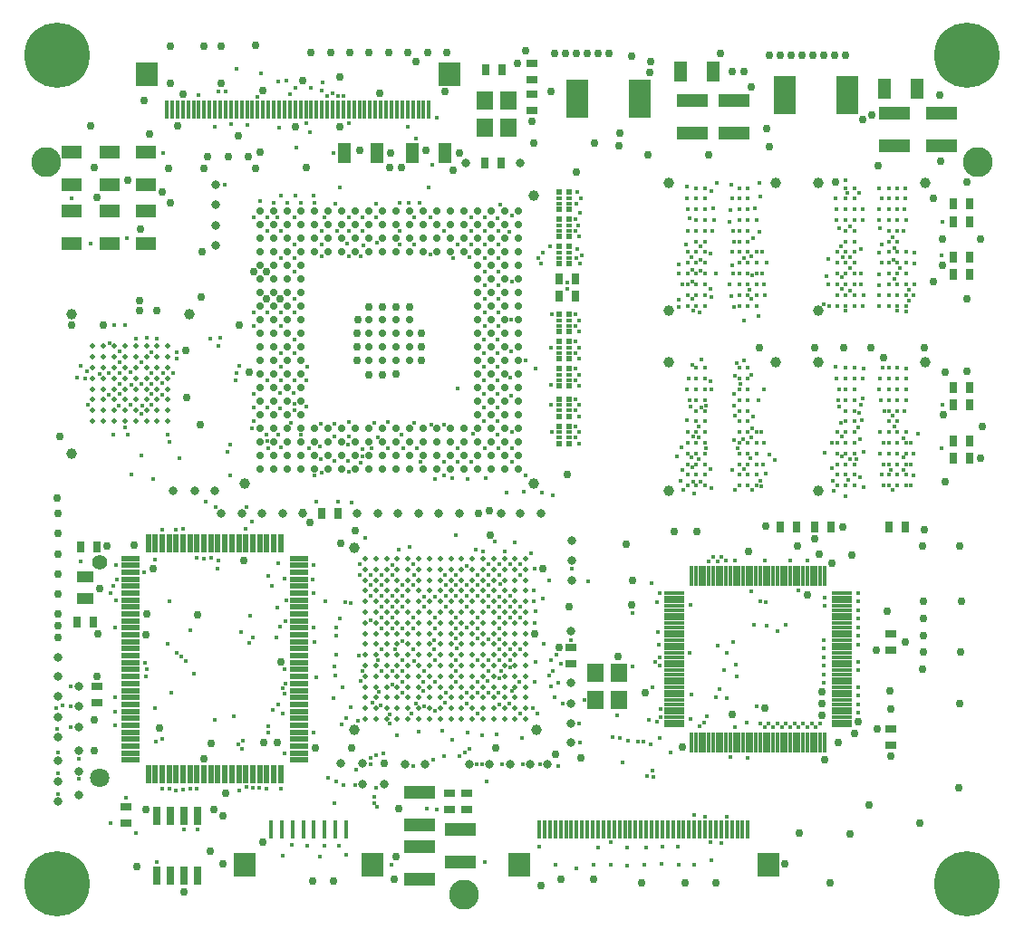
<source format=gbr>
G04 Gerber PCB Fabrication Data in Gerber  Example 2, created by Karel Tavernier, Filip Vermeire and Thomas Weyn*
G04 Ucamco copyright*
%TF.GenerationSoftware,Ucamco,UcamX,1.1.0-1400509*%
%TF.CreationDate,2014-07-14T00:00;00+01:00*%
%FSLAX25Y25*%
%MOMM*%
%TF.FileFunction,Soldermask,Top*%
%TF.FilePolarity,Negative*%
%TF.Part,Single*%
%TF.SameCoordinates*%
%TA.AperFunction,Material*%
%ADD10C,0.40000*%
%ADD11C,0.45000*%
%ADD12C,0.50000*%
%ADD13C,1.00000*%
%ADD14C,0.70000*%
%ADD15C,0.75000*%
%ADD16C,0.80000*%
%ADD17C,6.10000*%
%ADD18R,0.30000X1.90000*%
%ADD19R,0.35000X1.70000*%
%ADD20R,0.50000X1.70000*%
%ADD21R,0.60000X0.40000*%
%ADD22R,0.60000X0.50000*%
%ADD23R,0.70000X1.10000*%
%ADD24R,0.70000X1.70000*%
%ADD25R,1.10000X0.70000*%
%ADD26R,1.20000X1.90000*%
%ADD27R,1.60000X1.10000*%
%ADD28R,1.60000X1.70000*%
%ADD29R,1.70000X0.50000*%
%ADD30R,1.90000X0.30000*%
%ADD31R,1.90000X1.20000*%
%ADD32R,2.00000X2.20000*%
%ADD33R,2.10000X3.60000*%
%ADD34R,2.90000X1.20000*%
%ADD35C,2.80000*%
%ADD36C,1.80000*%
%ADD37C,1.40000*%
G01*
%LPD*%
D10*
X510200Y1342400D03*
Y1533400D03*
Y1727900D03*
X489700Y2142900D03*
X629700Y1966900D03*
X499700Y1952900D03*
X554700Y2167900D03*
X624700Y2347900D03*
Y2157900D03*
X640000Y6912900D03*
X700700Y1486900D03*
Y1671900D03*
X900000Y3510000D03*
X719750Y3517950D03*
X784700Y4977900D03*
X689700Y5237900D03*
X779700Y5292900D03*
X719700Y5347900D03*
X899700Y5272900D03*
X764700Y5227900D03*
X814700Y6487600D03*
X999700Y1065700D03*
X1145200Y1307400D03*
X1041700Y1984900D03*
Y2112900D03*
Y2244900D03*
X1039700Y2894900D03*
X999700Y3219900D03*
X1047700Y3154900D03*
X1029700Y3287900D03*
X1059700Y3349900D03*
X1046700Y3479900D03*
X1159100Y4697650D03*
X1027750Y4699000D03*
X1134700Y4767900D03*
X1084700Y5082900D03*
X1079700Y4972900D03*
X984700Y5072900D03*
X1084700Y5277900D03*
Y5177900D03*
X984700Y5277900D03*
X989700Y5557900D03*
X1084700Y5377900D03*
Y5477900D03*
X1034700Y5727900D03*
X1134700D03*
X1154700Y6537900D03*
X1430950Y706650D03*
X1239700Y977900D03*
X1419700Y1832900D03*
X1414700Y2142900D03*
X1329700Y2442900D03*
X1334700Y2504900D03*
X1321700Y2569900D03*
X1309700Y3414900D03*
X1418200Y3536400D03*
X1394700Y4282900D03*
X1289700Y4507900D03*
X1194700Y4332900D03*
X1284700Y4897900D03*
X1384700Y4977900D03*
X1379700Y5082900D03*
X1189540Y4978080D03*
X1294700Y4972900D03*
X1384700Y5277900D03*
X1194700Y5167900D03*
X1184700Y5282900D03*
X1384700Y5177900D03*
X1284700D03*
X1384700Y5472900D03*
X1234700Y5597900D03*
X1334700Y5607900D03*
X1284700Y5377900D03*
X1434700Y5602900D03*
X1684950Y1008150D03*
X1676700Y1386400D03*
X1611700Y1376400D03*
X1548200Y1392900D03*
X1483200Y1394400D03*
X1484700Y1852900D03*
X1569700Y2287900D03*
X1703130Y2587900D03*
X1662750Y2623790D03*
X1617750Y2665400D03*
X1534700Y2742900D03*
X1549700Y3147900D03*
X1483200Y3814400D03*
X1613200Y3816400D03*
X1678200Y3821400D03*
X1646700Y4477900D03*
X1534700Y4697900D03*
X1549700Y4637900D03*
X1483350Y5076940D03*
X1484700Y5187900D03*
X1489700Y5277900D03*
X1584700D03*
X1614700Y5472900D03*
Y5412900D03*
X1494700Y7332900D03*
X1810000Y1010000D03*
X1741700Y1391400D03*
X1808200D03*
X1970940Y2035950D03*
X1777900Y2462900D03*
X1742750Y2869000D03*
X1808200Y3549400D03*
X1873200Y3544400D03*
X1938200Y3546400D03*
X1979700Y4022900D03*
X1889700Y4077900D03*
X1934700Y5597900D03*
X1975000Y7582900D03*
X1825000Y7877900D03*
X2201700Y1376400D03*
X2224700Y1767900D03*
X2234700Y1837900D03*
X2192160Y1805870D03*
X2147750Y2069000D03*
X2222750Y2854000D03*
X1999700Y3452900D03*
X2004700Y3522900D03*
X2119700Y4317900D03*
X2089700Y4542900D03*
X2119700Y4607900D03*
X2204700Y5347900D03*
X2174700Y5277900D03*
X2169700Y5209700D03*
X2004700Y5532900D03*
X2026780Y5607900D03*
X2065950Y7041650D03*
X2125000Y7603200D03*
X2074700Y7907900D03*
X2004700D03*
X2179700Y8122900D03*
X2391700Y1402900D03*
X2326700D03*
X2266700Y1407900D03*
X2459700Y1387900D03*
X2512750Y2129000D03*
X2472750Y1979000D03*
Y1912900D03*
X2327750Y2804000D03*
X2292750Y2754000D03*
X2307750Y3007900D03*
X2470450Y3385260D03*
X2507750Y3284000D03*
X2263200Y3821400D03*
X2319700Y3887900D03*
X2269710Y4022900D03*
X2464700Y4642900D03*
X2469700Y4577900D03*
X2324700Y4765200D03*
X2459700Y4702900D03*
X2334200Y4828700D03*
Y4955700D03*
X2461200D03*
X2334200Y5082700D03*
X2461200Y5209700D03*
X2334200Y5717700D03*
X2461200Y5844700D03*
X2334200D03*
X2461200Y6606700D03*
X2399700Y6882900D03*
X2461200Y6733700D03*
X2334200D03*
X2275000Y7597900D03*
X2373530Y7859680D03*
X2409700Y8082900D03*
X2604700Y767900D03*
X2689700Y862900D03*
X2589700Y1392900D03*
X2626700Y1724900D03*
X2611700Y2094000D03*
X2636700Y2374900D03*
X2611120Y2331930D03*
X2629700Y2282900D03*
X2567750Y2179000D03*
X2626700Y2504900D03*
X2584700Y2907900D03*
X2547750Y2804000D03*
X2641700Y3154900D03*
X2557750Y3085950D03*
X2634700Y2959900D03*
X2624700Y3357900D03*
X2569700Y3497900D03*
X2685740Y4816120D03*
X2564700Y4697900D03*
X2594700Y4582900D03*
X2774700Y4700000D03*
X2717040Y4991710D03*
X2584700Y4947900D03*
X2579700Y5087900D03*
X2714700Y4932900D03*
X2588200Y5336700D03*
Y5209700D03*
X2715200D03*
X2709700Y5092900D03*
X2588200Y5463700D03*
X2715200D03*
X2714700Y5592900D03*
X2588200Y5717700D03*
X2715200Y5844700D03*
X2588200D03*
X2715200Y5971700D03*
X2588200Y6352700D03*
X2715200Y6225700D03*
Y6352700D03*
X2588200Y6606700D03*
X2719700Y6477900D03*
X2589700Y6937900D03*
X2726200D03*
X2559700Y6732900D03*
X2779700Y6867900D03*
X2524700Y6872900D03*
X2651700Y6867900D03*
X2715200Y6733700D03*
X2739700Y7387900D03*
X2575000Y7572900D03*
X2644700Y8012900D03*
X2675000Y7882900D03*
X2725000Y7942900D03*
X2565900Y8007900D03*
X2959700Y752600D03*
X2839700Y857900D03*
X2994700D03*
X3029700Y1492900D03*
X2899700Y1917900D03*
X2925000Y2432600D03*
X2896700Y2894900D03*
X2901700Y2764900D03*
X3009700Y3147900D03*
X2897700Y3219900D03*
X2891700Y3349900D03*
X2896700Y3479900D03*
X2924700Y4077900D03*
X2964700Y4473600D03*
X2969700Y4342900D03*
X2905700Y4317900D03*
X2954700Y4587900D03*
X2852750Y4572900D03*
X2964700Y4802900D03*
X2829700Y4968200D03*
X2834700Y5332900D03*
X2829700Y5212900D03*
X2969700Y6367200D03*
X2969200Y6606700D03*
Y6479700D03*
X2899700Y6938900D03*
X2994700Y6732900D03*
X2904700Y6867900D03*
X2825000Y7618200D03*
X2859700Y7527900D03*
X2875000Y7947900D03*
X2984700Y7997900D03*
X3025000Y7867900D03*
X2975000Y7922900D03*
X3200000Y773200D03*
X3129700Y857900D03*
X3094700Y1257900D03*
X3104700Y1457900D03*
X3174700Y1427900D03*
X3294700Y1572900D03*
X3286200Y1427900D03*
X3159700Y1992900D03*
X3204700Y2047900D03*
X3244700Y2152900D03*
X3169700Y2342900D03*
X3079700Y2237900D03*
X3104700Y2647900D03*
X3094700Y2532900D03*
X3099700Y2447900D03*
X3104700Y2825700D03*
X3109700Y2897900D03*
X3189700Y3137900D03*
X3244700Y3122900D03*
X3139700Y2982900D03*
X3126400Y4071200D03*
X3250000Y4065000D03*
X3219700Y4452900D03*
X3094700D03*
X3229700Y4357900D03*
X3089700Y4682900D03*
X3219700Y4607900D03*
X3224700Y4682900D03*
Y4817900D03*
X3094700Y4802900D03*
X3229700Y6367900D03*
X3209700Y6487900D03*
X3119700Y6607900D03*
X3223200Y6606700D03*
X3096200Y6860700D03*
X3223200Y6733700D03*
X3140000Y7010000D03*
X3079700Y7332900D03*
X3225000Y7613200D03*
X3125000Y7872600D03*
X3075000Y7892900D03*
X3175000Y7867900D03*
X3492240Y1219930D03*
X3464700Y1317900D03*
X3459700Y1257900D03*
X3484700Y1397900D03*
X3429700Y1622900D03*
Y1677900D03*
X3549700Y1717900D03*
X3479700Y1702900D03*
X3314700Y2022900D03*
X3444700Y2192900D03*
X3504700Y2297900D03*
X3524700Y2167900D03*
X3334700Y2397900D03*
X3319700Y2637900D03*
X3497750Y2595400D03*
X3354700Y2492900D03*
X3529700D03*
Y2892900D03*
Y2692900D03*
Y2992900D03*
Y3192900D03*
X3528460Y3096210D03*
X3429700Y2962900D03*
Y3192900D03*
X3529700Y3292900D03*
Y3392900D03*
X3429700D03*
X3329700D03*
X3429700Y3292900D03*
X3329700Y3492900D03*
X3379700Y3737900D03*
X3335350Y4437900D03*
X3354700Y4497900D03*
X3494700Y4677900D03*
X3354700Y4567900D03*
X3439700Y4572900D03*
X3464700Y4812900D03*
X3334700Y6367900D03*
X3350200Y6606700D03*
X3489700Y6492900D03*
X3364700Y6472900D03*
X3477200Y6860700D03*
X3350200Y6733700D03*
X3477200D03*
X3624700Y682900D03*
X3824700Y1602900D03*
X3604700Y2087900D03*
Y1997900D03*
X3814700Y2097900D03*
X3679700Y1892900D03*
X3629700Y2362900D03*
X3729700Y2292900D03*
X3728790Y2391740D03*
X3729700Y2592900D03*
Y2492900D03*
X3629700D03*
X3834700Y2587900D03*
X3829700Y2692900D03*
X3729700Y2892900D03*
X3829700D03*
X3629700D03*
X3654700Y2697900D03*
X3724700Y2772900D03*
X3629700Y3192900D03*
Y2992900D03*
Y3092900D03*
X3729700D03*
Y3192900D03*
X3829700Y2992900D03*
Y3292900D03*
X3834700Y3387900D03*
X3729700Y3292900D03*
X3629700Y3392900D03*
X3635000Y3485000D03*
X3829700Y3492900D03*
X3797070Y3653050D03*
X3695000Y3627900D03*
X3592700Y4577900D03*
X3719700Y4702900D03*
X3734700Y4577900D03*
X3839700Y4812900D03*
X3594700Y4817900D03*
X3699700Y6607900D03*
Y6482900D03*
X3834700Y6477900D03*
X3704700Y6867900D03*
X3789700D03*
X3834700Y6732900D03*
X3775000Y7583200D03*
X4044700Y1192700D03*
X3954700Y1202900D03*
X4014700Y1662900D03*
X4034700Y2117900D03*
X3874700Y1927900D03*
X4099700Y1932900D03*
X3925990Y2163200D03*
X3924700Y2307900D03*
X4029700Y2392900D03*
X3849700Y2187900D03*
X3924700Y2387900D03*
X3927430Y2495170D03*
X4029700Y2592900D03*
Y2892900D03*
X4024700Y2782900D03*
Y2692900D03*
X4029700Y3187900D03*
X3929700D03*
X4029700Y2992900D03*
X3929700Y3092900D03*
X4034700Y4287900D03*
X3894700Y4447900D03*
X4112200Y4320700D03*
Y4447700D03*
X3859700Y4577900D03*
X3994700Y4792900D03*
X3984700Y6382900D03*
X4112200Y6606700D03*
X3889700Y6872900D03*
X3985200Y6733700D03*
X3969700Y7012900D03*
X4009700Y7222900D03*
X3854700Y7467900D03*
X4049700Y7667900D03*
X4114700Y1692900D03*
X4259700D03*
X4349700Y1767900D03*
X4195190Y1847830D03*
X4309700Y1732900D03*
X4334700Y1912900D03*
X4329520Y2188060D03*
X4124700Y2197900D03*
X4129700Y2292900D03*
X4229700Y2392900D03*
X4329700Y2292900D03*
X4229700Y2492900D03*
Y2592900D03*
Y2792900D03*
X4324700Y2897900D03*
X4229700Y2892900D03*
X4234700Y2702900D03*
X4329700Y3192900D03*
X4129700Y3092900D03*
Y3192900D03*
X4229700D03*
Y2992900D03*
X4329700Y3092900D03*
X4224700Y3387900D03*
X4329700Y3477900D03*
X4129700Y3292900D03*
X4229700D03*
X4122700Y3392900D03*
X4329700Y3292900D03*
X4229700Y3762900D03*
X4332290Y4285770D03*
X4189700Y4297900D03*
X4366200Y4447700D03*
X4239200D03*
Y4574700D03*
X4114700Y4792900D03*
X4244700Y5132900D03*
X4199700Y6352900D03*
X4354700Y6362900D03*
X4371050Y6478700D03*
Y6605700D03*
X4244050Y6478700D03*
X4371050Y6732700D03*
X4500550Y703750D03*
X4509700Y1457900D03*
X4419450Y1618150D03*
X4469700Y1622900D03*
X4471420Y1893170D03*
X4429700Y2092900D03*
X4605800Y1896590D03*
X4624700Y2292900D03*
X4429700Y2392900D03*
Y2292900D03*
X4529700D03*
X4519700Y2402900D03*
X4634700Y2182900D03*
X4529700Y2492900D03*
Y2592900D03*
X4629700D03*
Y2422900D03*
X4429700Y2592900D03*
X4630000Y2790000D03*
X4629700Y2692900D03*
Y2892900D03*
X4531970Y2790630D03*
X4429700Y2792900D03*
Y2892900D03*
X4529700Y3092900D03*
X4629700Y2992900D03*
Y3092900D03*
X4429700Y3192900D03*
X4630000Y3190000D03*
X4529700Y3192900D03*
X4427430Y2990630D03*
X4629700Y3392900D03*
X4429700Y3292900D03*
Y3392900D03*
X4529700Y3292900D03*
Y3392900D03*
X4645000Y3305000D03*
X4479700Y3612900D03*
X4591670Y3701250D03*
X4629700Y3492900D03*
X4409700Y3622900D03*
X4529700Y3492900D03*
X4504700Y4297900D03*
X4493200Y4574700D03*
X4620200D03*
X4617700Y4704100D03*
X4384700Y4707900D03*
X4617700Y4831100D03*
Y4958100D03*
X4490700D03*
X4617700Y5085100D03*
X4490700D03*
Y4831100D03*
X4617700Y5212100D03*
X4490700D03*
X4617700Y5339100D03*
X4490700D03*
X4617700Y5593100D03*
Y5466100D03*
X4490700D03*
Y5593100D03*
X4495800Y5715000D03*
X4622800D03*
Y5842000D03*
X4495800D03*
X4622800Y5969000D03*
X4495800D03*
X4622800Y6096000D03*
X4495800D03*
X4622800Y6223000D03*
Y6350000D03*
X4495800Y6223000D03*
Y6350000D03*
Y6604000D03*
Y6477000D03*
X4622800Y6604000D03*
Y6477000D03*
X4616950Y6728900D03*
X4636950Y6848900D03*
X4495800Y6731000D03*
X4654450Y1618150D03*
X4849950D03*
X4845300Y1866240D03*
X4829700Y2092900D03*
X4724700Y2190630D03*
X4752370Y2302160D03*
X4819700Y2387900D03*
X4649700Y2492900D03*
X4729700Y2527900D03*
Y2592900D03*
Y2692900D03*
X4829700D03*
Y2992900D03*
Y3092900D03*
X4731560Y3191560D03*
X4729700Y2992900D03*
Y3092900D03*
X4829700Y3392900D03*
X4779700Y3695000D03*
X4729700Y3492900D03*
X4679700Y3612900D03*
X4829700Y3492900D03*
X4699700Y4162900D03*
X4864700Y4167900D03*
X4874200Y4320700D03*
X4747200Y4447700D03*
X4746850Y4724000D03*
X4747200Y4574700D03*
X4741950Y5068900D03*
X4731950Y5238900D03*
X4879700Y5400200D03*
X4741950Y5483900D03*
Y5773900D03*
X4746950Y6128900D03*
X4725250Y6601220D03*
X4746950Y6748900D03*
X5155000Y683200D03*
X5005000Y853200D03*
X5014450Y1618150D03*
X5179700Y1602900D03*
X4949700Y2142900D03*
X4984700Y2092900D03*
X5114700Y2348400D03*
X5144700Y2242900D03*
X4959700Y2392900D03*
X5134700Y2492740D03*
X5164700Y2642900D03*
X5114700Y2592900D03*
X5094700Y2452900D03*
X4969700Y2572900D03*
X4959700Y2942900D03*
X5044700Y2742900D03*
X4954700Y3147900D03*
X4969700Y3052900D03*
X5034700Y3167900D03*
X4959700Y3452900D03*
X4954700Y3242900D03*
X5095000Y3342900D03*
X4929700Y3592900D03*
X5134700Y4137900D03*
X5029700Y4162900D03*
X5121850Y4724000D03*
X5111050Y4978000D03*
X5111950Y5163900D03*
X4971950Y5318750D03*
X5118100Y5517750D03*
X5119800Y5826750D03*
X5024510Y6301860D03*
X5040000Y6406750D03*
X4999700Y6356750D03*
X5104240Y6461450D03*
X5349700Y642900D03*
X5384700Y1822900D03*
X5374700Y1997900D03*
X5430000Y2220000D03*
X5184700Y2380900D03*
X5224700Y2187900D03*
X5204700Y2562900D03*
X5304700Y2777900D03*
X5310000Y3450000D03*
X5347050Y4779000D03*
X5346850Y4674000D03*
X5376950Y4724000D03*
Y4619000D03*
X5346950Y5033000D03*
Y4928000D03*
X5376950Y4978000D03*
Y4873000D03*
Y5158750D03*
Y5263750D03*
X5346950Y5213750D03*
Y5318750D03*
X5376950Y5412750D03*
Y5517750D03*
X5346950Y5467750D03*
Y5572750D03*
X5376950Y5666750D03*
X5346950Y5826750D03*
X5376950Y5771750D03*
X5346950Y5721750D03*
X5265000Y6068900D03*
X5264700Y6122900D03*
X5386950Y6301750D03*
X5406950Y6378900D03*
X5351950Y6356750D03*
X5357450Y6438900D03*
X5368800Y6660750D03*
X5373800Y6555750D03*
X5340100Y6610750D03*
X5345100Y6715750D03*
X5386950Y6778900D03*
X5347800Y6864750D03*
X5391950Y6913900D03*
X5356950Y6969750D03*
X5674700Y677900D03*
X5509700D03*
X5555000Y843200D03*
X5669700Y892900D03*
X5694700Y1872900D03*
X5460000Y3330000D03*
X5829700Y672900D03*
Y837900D03*
X5980580Y1833320D03*
X5779700Y1632900D03*
X5759820Y1867900D03*
X5834700Y1842900D03*
X5930700Y1829780D03*
X5729700Y2077900D03*
X5879700Y2532900D03*
Y3031700D03*
X5989700Y677900D03*
X6144700Y687900D03*
X6005000Y842900D03*
X6155000Y848200D03*
X6059700Y1557900D03*
X6009700Y1507900D03*
X6074700Y1502900D03*
X6129700Y1862900D03*
X6044700Y1802900D03*
X6229700Y1732900D03*
X6029700Y2037900D03*
X6137600Y2140000D03*
X6141800Y2060000D03*
X6106800Y2020000D03*
X6059700Y2337900D03*
X6132600Y2620000D03*
X6089700Y2580000D03*
X6131800Y2540000D03*
X6117600Y2860000D03*
X6121800Y2740000D03*
X6104700Y3132900D03*
X6126800Y3220000D03*
X6054700Y3312900D03*
X6304700Y682900D03*
X6454700D03*
X6296900Y847880D03*
X6454700Y1142900D03*
X6419700Y2042900D03*
X6504700Y1977900D03*
X6424700Y2272900D03*
X6407600Y2660000D03*
X6414700Y3112900D03*
X6511950Y4263900D03*
X6326950Y4273900D03*
X6455000Y4155000D03*
X6346950Y4183900D03*
X6440000Y4263900D03*
X6496950Y4473900D03*
X6295310Y4498140D03*
X6341950Y4373900D03*
X6434800Y4400200D03*
X6426950Y4488900D03*
X6491950Y4773900D03*
X6331950Y4583900D03*
X6496950Y4674200D03*
X6447170Y4682290D03*
X6416950Y4968050D03*
X6386950Y4838900D03*
X6406950Y5025200D03*
X6431950Y5353900D03*
X6401950Y5225200D03*
X6381950Y5125200D03*
X6441950Y5858900D03*
X6507400Y5843900D03*
X6341950Y6111200D03*
X6306950Y5963900D03*
Y5898900D03*
X6431950Y6133900D03*
Y5974040D03*
X6311950Y6293900D03*
X6306950Y6207910D03*
X6512160Y6233900D03*
X6426950Y6358900D03*
X6511950Y6338900D03*
X6436950Y6243900D03*
X6511950Y6461400D03*
X6391950Y6607950D03*
X6376950Y6475900D03*
X6406950Y6723900D03*
X6389100Y6908800D03*
X6395450Y6807200D03*
X6381950Y7018900D03*
X6610000Y720000D03*
X6705000Y883200D03*
X6605000Y888200D03*
X6755000Y1127600D03*
X6555000D03*
X6549700Y2012900D03*
X6574700Y2067900D03*
X6759700Y2237900D03*
X6689700Y2322900D03*
X6654700Y2242900D03*
X6729700Y2497900D03*
X6754730Y2659770D03*
X6669700Y2726700D03*
X6710000Y3557600D03*
X6750000Y3522600D03*
X6590000Y3512600D03*
X6630000Y3557600D03*
X6670000Y3513200D03*
X6611950Y4203900D03*
X6607130Y4378740D03*
X6561950Y4573900D03*
X6566950Y4968900D03*
X6516950Y4958900D03*
X6601950Y5203900D03*
X6616950Y5124450D03*
X6518180Y5403900D03*
X6601950Y6063900D03*
X6611950Y5988900D03*
X6651950Y6207950D03*
X6607400Y6398900D03*
X6621950Y6607950D03*
X6636750Y6705600D03*
X6630400Y6819900D03*
X6610910Y6978900D03*
X6666950Y7053900D03*
X6790000Y1687900D03*
X6950490Y1683020D03*
X6939700Y2007900D03*
X6830000Y1967600D03*
X7034700Y2157900D03*
X6849700Y2442900D03*
X6839700Y2552900D03*
X6817750Y2759000D03*
X7009700Y2927900D03*
X6990000Y3238200D03*
X6830000Y3527600D03*
X6995000Y4185000D03*
X6831950Y4188900D03*
X6806950Y4368900D03*
X6916950Y4383900D03*
X6976950Y4483900D03*
X6856950Y4573900D03*
X6996950Y4763900D03*
X6911950Y4658900D03*
X6821950Y4653900D03*
X6981950Y4673900D03*
X6829910Y4881970D03*
X6821950Y4973900D03*
Y5078900D03*
X7002820Y4874710D03*
X6886950Y5178900D03*
X6982450Y5262690D03*
X6836950Y5253900D03*
X6921950Y5393900D03*
X6846950Y5368900D03*
X6921950Y5768900D03*
X6802700Y5994650D03*
X6786950Y6107950D03*
X6981950Y5968900D03*
X6821950Y5893900D03*
X6971950Y6058990D03*
X6816950Y6206650D03*
X6811950Y6288900D03*
X6804520Y6410780D03*
X6991950Y6188900D03*
X6916950Y6348900D03*
X6986950Y6368900D03*
X6822900Y6507950D03*
X6816950Y6607950D03*
X6999000Y6538900D03*
X6786950Y6693900D03*
X7016950Y6818900D03*
X6795500Y6802400D03*
X6806950Y6913900D03*
X7036000Y6707950D03*
X6801950Y7038900D03*
X7270000Y1967600D03*
X7310000Y2002900D03*
X7070000D03*
X7110000Y1967600D03*
X7150000Y2002900D03*
X7190000Y1967600D03*
X7230000Y2002900D03*
X7132750Y2914000D03*
X7310000Y2924000D03*
X7230000Y2864000D03*
X7124700Y3132900D03*
X7069700Y3147900D03*
X7110000Y3522600D03*
X7073290Y4272300D03*
X7080000Y4222750D03*
X7093780Y4418900D03*
X7151950Y4518980D03*
X7121950Y4338900D03*
X7206950Y4468900D03*
X7081950Y4723900D03*
X7103250Y4625200D03*
X7051950Y5025200D03*
X7101950Y5124450D03*
X7051950Y5813900D03*
X7116950Y6004520D03*
X7106950Y6107950D03*
X7086950Y6407950D03*
Y6207950D03*
X7126950Y6309300D03*
X7061950Y6598900D03*
X7071950Y6924870D03*
X7061950Y7053900D03*
X7350000Y1967600D03*
X7390000Y2002900D03*
X7430000Y1967600D03*
X7470000Y2002900D03*
X7510000Y1967600D03*
X7550000Y2002900D03*
X7430000Y3242900D03*
X7350000Y3522600D03*
X7510000Y3522900D03*
X7590000Y1967600D03*
X7630000Y2002900D03*
X7666800Y2380000D03*
X7667600Y2620000D03*
Y2540000D03*
X7666800Y2460000D03*
X7667600Y2780000D03*
X7666800Y2700000D03*
X7672600Y3180000D03*
Y3100000D03*
X7745000Y4270000D03*
X7755000Y4175000D03*
X7675000Y4530000D03*
X7740000Y4385000D03*
X7831950Y4498900D03*
X7741950Y4625200D03*
X7821950Y4808900D03*
X7836950Y4688900D03*
X7811500Y4965700D03*
X7798800Y5025200D03*
X7773400Y5334000D03*
X7786100Y5226050D03*
X7805150Y5124450D03*
X7702580Y6108450D03*
X7661950Y5923900D03*
X7717900Y5907950D03*
X7830000Y6063900D03*
X7706950Y6343900D03*
X7686950Y6183900D03*
X7838900Y6360140D03*
X7831950Y6178900D03*
X7805150Y6635750D03*
X7821950Y6465700D03*
X7786100Y6711950D03*
X7773400Y6908800D03*
X7779750Y6807200D03*
X7984700Y2100000D03*
Y2180000D03*
Y2260000D03*
Y2340000D03*
Y2500000D03*
Y2580000D03*
Y2740000D03*
Y2820000D03*
Y2900000D03*
Y2980000D03*
Y3060000D03*
Y3140000D03*
Y3220000D03*
X7870000Y4125000D03*
X8040000Y4210000D03*
X7895000Y4275000D03*
X8031950Y4538900D03*
X7965000Y4475000D03*
X8000000Y4300000D03*
X7910000Y4475000D03*
X8001950Y4658900D03*
X7986950Y4767200D03*
X8021950Y4833900D03*
X7991950Y4908900D03*
X8011950Y4983900D03*
X8026950Y5038900D03*
X8027400Y5226050D03*
X8033750Y5321300D03*
X7868650Y5863900D03*
X8014700Y6108700D03*
X8035000Y6007100D03*
X8031000Y5907950D03*
X7905000Y6045000D03*
X8011950Y6207950D03*
X7906950Y6263900D03*
X7911950Y6358900D03*
X8006950Y6438900D03*
X7906950Y6648900D03*
X8027400Y6711950D03*
Y6813550D03*
X7868650Y7080250D03*
X7886950Y6958900D03*
X7996950Y6963900D03*
X8310000Y4185000D03*
X8225200Y4225200D03*
X8191950Y4525200D03*
X8205200Y4325200D03*
X8225200Y4425200D03*
X8291950Y4368900D03*
X8324970Y4775870D03*
X8225200Y4625200D03*
X8191950Y4725200D03*
X8226950Y4925200D03*
X8305660Y4879200D03*
X8195650Y5025200D03*
X8180650Y5125200D03*
X8186950Y5226050D03*
X8216950Y5325200D03*
X8351250Y5858900D03*
X8179800Y6007100D03*
Y6102350D03*
Y5905500D03*
X8321950Y6158900D03*
X8179800Y6203950D03*
X8206950Y6307950D03*
X8179800Y6407150D03*
X8371950Y6258900D03*
X8311950Y6338900D03*
X8206950Y6478900D03*
X8186950Y6628900D03*
X8306800Y6551700D03*
X8326950Y6448900D03*
X8179800Y6705600D03*
Y6807200D03*
X8205200Y6908800D03*
X8179800Y7004050D03*
X8475000Y4225200D03*
X8500000Y4324350D03*
X8475000Y4425950D03*
X8500000Y4525200D03*
X8409650Y4486390D03*
X8406950Y4373900D03*
X8541950Y4708900D03*
X8475000Y4625200D03*
X8411950Y4668900D03*
X8414750Y4921250D03*
X8433800Y5022850D03*
Y5124450D03*
Y5226050D03*
Y5321300D03*
X8429950Y5855900D03*
X8503650Y6007100D03*
X8510000Y6108700D03*
X8456950Y5953900D03*
Y6058900D03*
X8510000Y6407150D03*
Y6305550D03*
X8408400Y6604000D03*
X8416000Y6807950D03*
X8426000Y6907950D03*
X8436000Y6707950D03*
X8426950Y7008900D03*
X8765200Y4570900D03*
X8771250Y4977600D03*
X8765200Y6380650D03*
X8770450Y6692900D03*
D11*
X6392950Y4225200D03*
X6472950D03*
X6392950Y4525200D03*
X6472950D03*
X6392950Y4425200D03*
X6472950D03*
X6392950Y4325200D03*
X6472950D03*
Y4825200D03*
X6392950Y4725200D03*
X6472950D03*
X6392950Y4625200D03*
X6472950D03*
Y5025200D03*
Y4925200D03*
Y5325200D03*
Y5225200D03*
Y5125200D03*
X6392950Y6107950D03*
X6472950D03*
X6392950Y6007950D03*
X6472950D03*
X6392950Y5907950D03*
X6472950D03*
X6392950Y6407950D03*
X6472950D03*
X6392950Y6307950D03*
X6472950D03*
X6392950Y6207950D03*
X6472950D03*
Y6607950D03*
Y6507950D03*
Y6907950D03*
Y6807950D03*
Y6707950D03*
Y7007950D03*
X6552950Y4225200D03*
Y4525200D03*
Y4425200D03*
Y4325200D03*
Y4825200D03*
Y4725200D03*
Y4625200D03*
Y5025200D03*
Y4925200D03*
Y5325200D03*
Y5225200D03*
Y5125200D03*
Y6107950D03*
Y6007950D03*
Y5907950D03*
Y6407950D03*
Y6307950D03*
Y6207950D03*
Y6607950D03*
Y6507950D03*
Y6907950D03*
Y6807950D03*
Y6707950D03*
Y7007950D03*
X6872950Y4225200D03*
X6952950D03*
X7032950D03*
X6872950Y4525200D03*
X6952950D03*
X7032950D03*
X6872950Y4425200D03*
X6952950D03*
X7032950D03*
X6872950Y4325200D03*
X6952950D03*
X7032950D03*
X6872950Y4825200D03*
X6952950D03*
X6872950Y4725200D03*
X6952950D03*
X7032950D03*
X6872950Y4625200D03*
X6952950D03*
X7032950D03*
X6872950Y5025200D03*
X6952950D03*
X6872950Y4925200D03*
X6952950D03*
X6872950Y5325200D03*
X6952950D03*
X6872950Y5225200D03*
X6952950D03*
X6872950Y5125200D03*
X6952950D03*
X6872950Y6107950D03*
X6952950D03*
X7032950D03*
X6872950Y6007950D03*
X6952950D03*
X7032950D03*
X6872950Y5907950D03*
X6952950D03*
X7032950D03*
X6872950Y6407950D03*
X6952950D03*
X7032950D03*
X6872950Y6307950D03*
X6952950D03*
X7032950D03*
X6872950Y6207950D03*
X6952950D03*
X7032950D03*
X6872950Y6607950D03*
X6952950D03*
X6872950Y6507950D03*
X6952950D03*
X6872950Y6907950D03*
X6952950D03*
X6872950Y6807950D03*
X6952950D03*
X6872950Y6707950D03*
X6952950D03*
X6872950Y7007950D03*
X6952950D03*
X7789950Y4225200D03*
Y4525200D03*
Y4425200D03*
Y4325200D03*
Y4725200D03*
Y4625200D03*
Y6107950D03*
Y6007950D03*
Y5907950D03*
Y6407950D03*
Y6307950D03*
Y6207950D03*
X7869950Y4225200D03*
X7949950D03*
X7869950Y4525200D03*
X7949950D03*
X7869950Y4425200D03*
X7949950D03*
X7869950Y4325200D03*
X7949950D03*
X7869950Y4825200D03*
X7949950D03*
X7869950Y4725200D03*
X7949950D03*
X7869950Y4625200D03*
X7949950D03*
X7869950Y5025200D03*
X7949950D03*
X7869950Y4925200D03*
X7949950D03*
X7869950Y5325200D03*
X7949950D03*
X7869950Y5225200D03*
X7949950D03*
X7869950Y5125200D03*
X7949950D03*
X7869950Y6107950D03*
X7949950D03*
X7869950Y6007950D03*
X7949950D03*
X7869950Y5907950D03*
X7949950D03*
X7869950Y6407950D03*
X7949950D03*
X7869950Y6307950D03*
X7949950D03*
X7869950Y6207950D03*
X7949950D03*
X7869950Y6607950D03*
X7949950D03*
X7869950Y6507950D03*
X7949950D03*
X7869950Y6907950D03*
X7949950D03*
X7869950Y6807950D03*
X7949950D03*
X7869950Y6707950D03*
X7949950D03*
X7869950Y7007950D03*
X7949950D03*
X8269950Y4225200D03*
X8349950D03*
X8269950Y4525200D03*
X8349950D03*
X8269950Y4425200D03*
X8349950D03*
X8269950Y4325200D03*
X8349950D03*
X8269950Y4825200D03*
X8349950D03*
X8269950Y4725200D03*
X8349950D03*
X8269950Y4625200D03*
X8349950D03*
X8269950Y5025200D03*
X8349950D03*
X8269950Y4925200D03*
X8349950D03*
X8269950Y5325200D03*
X8349950D03*
X8269950Y5225200D03*
X8349950D03*
X8269950Y5125200D03*
X8349950D03*
X8269950Y6107950D03*
X8349950D03*
X8269950Y6007950D03*
X8349950D03*
X8269950Y5907950D03*
X8349950D03*
X8269950Y6407950D03*
X8349950D03*
X8269950Y6307950D03*
X8349950D03*
X8269950Y6207950D03*
X8349950D03*
X8269950Y6607950D03*
X8349950D03*
X8269950Y6507950D03*
X8349950D03*
X8269950Y6907950D03*
X8349950D03*
X8269950Y6807950D03*
X8349950D03*
X8269950Y6707950D03*
X8349950D03*
X8269950Y7007950D03*
X8349950D03*
X8429950Y4225200D03*
Y4525200D03*
Y4425200D03*
Y4325200D03*
Y4725200D03*
Y4625200D03*
Y6107950D03*
Y6007950D03*
Y5907950D03*
Y6407950D03*
Y6307950D03*
Y6207950D03*
D12*
X834700Y4827900D03*
Y5027900D03*
Y4927900D03*
Y5327900D03*
Y5227900D03*
Y5127900D03*
Y5527900D03*
Y5427900D03*
X934700Y4827900D03*
X1034700D03*
X1134700D03*
X934700Y5027900D03*
X1034700D03*
X1134700D03*
X934700Y4927900D03*
X1034700D03*
X1134700D03*
X934700Y5327900D03*
X1034700D03*
X1134700D03*
X934700Y5227900D03*
X1034700D03*
X1134700D03*
X934700Y5127900D03*
X1034700D03*
X1134700D03*
X934700Y5527900D03*
X1034700D03*
X1134700D03*
X934700Y5427900D03*
X1034700D03*
X1134700D03*
X1234700Y4827900D03*
X1334700D03*
X1434700D03*
X1234700Y5027900D03*
X1334700D03*
X1434700D03*
X1234700Y4927900D03*
X1334700D03*
X1434700D03*
X1234700Y5327900D03*
X1334700D03*
X1434700D03*
X1234700Y5227900D03*
X1334700D03*
X1434700D03*
X1234700Y5127900D03*
X1334700D03*
X1434700D03*
X1234700Y5527900D03*
X1334700D03*
X1434700D03*
X1234700Y5427900D03*
X1334700D03*
X1434700D03*
X1534700Y4827900D03*
Y5027900D03*
Y4927900D03*
Y5327900D03*
Y5227900D03*
Y5127900D03*
Y5527900D03*
Y5427900D03*
X3379700Y2042900D03*
Y2142900D03*
X3479700Y2042900D03*
Y2142900D03*
X3579700Y2042900D03*
Y2142900D03*
X3379700Y2242900D03*
Y2342900D03*
X3479700Y2242900D03*
Y2342900D03*
X3579700Y2242900D03*
Y2342900D03*
X3379700Y2442900D03*
Y2542900D03*
Y2642900D03*
X3479700Y2442900D03*
Y2542900D03*
Y2642900D03*
X3579700Y2442900D03*
Y2542900D03*
Y2642900D03*
X3379700Y2742900D03*
Y2842900D03*
Y2942900D03*
X3479700Y2742900D03*
Y2842900D03*
Y2942900D03*
X3579700Y2742900D03*
Y2842900D03*
Y2942900D03*
X3379700Y3042900D03*
Y3142900D03*
X3479700Y3042900D03*
Y3142900D03*
X3579700Y3042900D03*
Y3142900D03*
X3379700Y3242900D03*
Y3342900D03*
Y3442900D03*
X3479700Y3242900D03*
Y3342900D03*
Y3442900D03*
X3579700Y3242900D03*
Y3342900D03*
Y3442900D03*
X3379700Y3542900D03*
X3479700D03*
X3579700D03*
X3679700Y2042900D03*
Y2142900D03*
X3779700Y2042900D03*
Y2142900D03*
X3679700Y2242900D03*
Y2342900D03*
X3779700Y2242900D03*
Y2342900D03*
X3679700Y2442900D03*
Y2542900D03*
Y2642900D03*
X3779700Y2442900D03*
Y2542900D03*
Y2642900D03*
X3679700Y2742900D03*
Y2842900D03*
Y2942900D03*
X3779700Y2742900D03*
Y2842900D03*
Y2942900D03*
X3679700Y3042900D03*
Y3142900D03*
X3779700Y3042900D03*
Y3142900D03*
X3679700Y3242900D03*
Y3342900D03*
Y3442900D03*
X3779700Y3242900D03*
Y3342900D03*
Y3442900D03*
X3679700Y3542900D03*
X3779700D03*
X3879700Y2042900D03*
Y2142900D03*
X3979700Y2042900D03*
Y2142900D03*
X4079700Y2042900D03*
Y2142900D03*
X3879700Y2242900D03*
Y2342900D03*
X3979700Y2242900D03*
Y2342900D03*
X4079700Y2242900D03*
Y2342900D03*
X3879700Y2442900D03*
Y2542900D03*
Y2642900D03*
X3979700Y2442900D03*
Y2542900D03*
Y2642900D03*
X4079700Y2442900D03*
Y2542900D03*
Y2642900D03*
X3879700Y2742900D03*
Y2842900D03*
Y2942900D03*
X3979700Y2742900D03*
Y2842900D03*
Y2942900D03*
X4079700Y2742900D03*
Y2842900D03*
Y2942900D03*
X3879700Y3042900D03*
Y3142900D03*
X3979700Y3042900D03*
Y3142900D03*
X4079700Y3042900D03*
Y3142900D03*
X3879700Y3242900D03*
Y3342900D03*
Y3442900D03*
X3979700Y3242900D03*
Y3342900D03*
Y3442900D03*
X4079700Y3242900D03*
Y3342900D03*
Y3442900D03*
X3879700Y3542900D03*
X3979700D03*
X4079700D03*
X4179700Y2042900D03*
Y2142900D03*
X4279700Y2042900D03*
Y2142900D03*
X4379700Y2042900D03*
Y2142900D03*
X4179700Y2242900D03*
Y2342900D03*
X4279700Y2242900D03*
Y2342900D03*
X4379700Y2242900D03*
Y2342900D03*
X4179700Y2442900D03*
Y2542900D03*
Y2642900D03*
X4279700Y2442900D03*
Y2542900D03*
Y2642900D03*
X4379700Y2442900D03*
Y2542900D03*
Y2642900D03*
X4179700Y2742900D03*
Y2842900D03*
Y2942900D03*
X4279700Y2742900D03*
Y2842900D03*
Y2942900D03*
X4379700Y2742900D03*
Y2842900D03*
Y2942900D03*
X4179700Y3042900D03*
Y3142900D03*
X4279700Y3042900D03*
Y3142900D03*
X4379700Y3042900D03*
Y3142900D03*
X4179700Y3242900D03*
Y3342900D03*
Y3442900D03*
X4279700Y3242900D03*
Y3342900D03*
Y3442900D03*
X4379700Y3242900D03*
Y3342900D03*
Y3442900D03*
X4179700Y3542900D03*
X4279700D03*
X4379700D03*
X4479700Y2042900D03*
Y2142900D03*
X4579700Y2042900D03*
Y2142900D03*
X4479700Y2242900D03*
Y2342900D03*
X4579700Y2242900D03*
Y2342900D03*
X4479700Y2442900D03*
Y2542900D03*
Y2642900D03*
X4579700Y2442900D03*
Y2542900D03*
Y2642900D03*
X4479700Y2742900D03*
Y2842900D03*
Y2942900D03*
X4579700Y2742900D03*
Y2842900D03*
Y2942900D03*
X4479700Y3042900D03*
Y3142900D03*
X4579700Y3042900D03*
Y3142900D03*
X4479700Y3242900D03*
Y3342900D03*
Y3442900D03*
X4579700Y3242900D03*
Y3342900D03*
Y3442900D03*
X4479700Y3542900D03*
X4579700D03*
X4679700Y2042900D03*
Y2142900D03*
X4779700Y2042900D03*
Y2142900D03*
X4879700Y2042900D03*
Y2142900D03*
X4679700Y2242900D03*
Y2342900D03*
X4779700Y2242900D03*
Y2342900D03*
X4879700Y2242900D03*
Y2342900D03*
X4679700Y2442900D03*
Y2542900D03*
Y2642900D03*
X4779700Y2442900D03*
Y2542900D03*
Y2642900D03*
X4879700Y2442900D03*
Y2542900D03*
Y2642900D03*
X4679700Y2742900D03*
Y2842900D03*
Y2942900D03*
X4779700Y2742900D03*
Y2842900D03*
Y2942900D03*
X4879700Y2742900D03*
Y2842900D03*
Y2942900D03*
X4679700Y3042900D03*
Y3142900D03*
X4779700Y3042900D03*
Y3142900D03*
X4879700Y3042900D03*
Y3142900D03*
X4679700Y3242900D03*
Y3342900D03*
Y3442900D03*
X4779700Y3242900D03*
Y3342900D03*
Y3442900D03*
X4879700Y3242900D03*
Y3342900D03*
Y3442900D03*
X4679700Y3542900D03*
X4779700D03*
X4879700D03*
D13*
X634700Y4527900D03*
Y5827900D03*
X1734700D03*
X2254200Y4240700D03*
X3279700Y1942900D03*
Y3642900D03*
X4979700Y1942900D03*
X4954200Y4240700D03*
Y6940700D03*
X6212950Y4175200D03*
Y5375200D03*
Y5857950D03*
Y7057950D03*
X7212950Y5375200D03*
Y7057950D03*
X7609950Y4175200D03*
Y5375200D03*
Y5857950D03*
Y7057950D03*
X8609950Y5375200D03*
Y7057950D03*
D14*
X2524700Y4384200D03*
X2397700D03*
X2524700Y4511200D03*
X2397700D03*
X2524700Y4638200D03*
X2397700D03*
X2524700Y4765200D03*
X2397700D03*
X2524700Y4892200D03*
X2397700D03*
X2524700Y5019200D03*
X2397700D03*
X2524700Y5146200D03*
X2397700D03*
X2524700Y5273200D03*
X2397700D03*
X2524700Y5400200D03*
X2397700D03*
X2524700Y5527200D03*
X2397700D03*
X2524700Y5654200D03*
X2397700D03*
X2524700Y5781200D03*
X2397700D03*
X2524700Y5908200D03*
X2397700D03*
X2524700Y6035200D03*
X2397700D03*
X2524700Y6162200D03*
X2397700D03*
X2524700Y6289200D03*
X2397700D03*
X2524700Y6416200D03*
X2397700D03*
X2524700Y6543200D03*
X2397700D03*
X2524700Y6670200D03*
X2397700D03*
X2524700Y6797200D03*
X2397700D03*
X2778700Y4384200D03*
X2651700D03*
X2778700Y4511200D03*
X2651700D03*
X2778700Y4638200D03*
X2651700D03*
X2778700Y4765200D03*
X2651700D03*
X2778700Y4892200D03*
X2651700D03*
X2778700Y5019200D03*
X2651700D03*
X2778700Y5146200D03*
X2651700D03*
X2778700Y5273200D03*
X2651700D03*
X2778700Y5400200D03*
X2651700D03*
X2778700Y5527200D03*
X2651700D03*
X2778700Y5654200D03*
X2651700D03*
X2778700Y5781200D03*
X2651700D03*
X2778700Y5908200D03*
X2651700D03*
X2778700Y6035200D03*
X2651700D03*
X2778700Y6162200D03*
X2651700D03*
X2778700Y6289200D03*
X2651700D03*
X2778700Y6416200D03*
X2651700D03*
X2778700Y6543200D03*
X2651700D03*
X2778700Y6670200D03*
X2651700D03*
X2778700Y6797200D03*
X2651700D03*
X3032700Y4384200D03*
X2905700D03*
X3032700Y4511200D03*
X2905700D03*
X3032700Y4638200D03*
X2905700D03*
X3032700Y4765200D03*
X2905700D03*
X3032700Y6416200D03*
X2905700D03*
X3032700Y6543200D03*
X2905700D03*
X3032700Y6670200D03*
X2905700D03*
X3032700Y6797200D03*
X2905700D03*
X3286700Y4384200D03*
X3159700D03*
X3286700Y4511200D03*
X3159700D03*
X3286700Y4638200D03*
X3159700D03*
X3286700Y4765200D03*
X3159700D03*
X3286700Y6416200D03*
X3159700D03*
X3286700Y6543200D03*
X3159700D03*
X3286700Y6670200D03*
X3159700D03*
X3286700Y6797200D03*
X3159700D03*
X3540700Y4384200D03*
X3413700D03*
X3540700Y4511200D03*
X3413700D03*
X3540700Y4638200D03*
X3413700D03*
X3540700Y4765200D03*
X3413700D03*
X3540700Y5400200D03*
X3413700D03*
X3540700Y5527200D03*
X3413700D03*
X3540700Y5654200D03*
X3413700D03*
X3540700Y5781200D03*
X3413700D03*
X3540700Y6416200D03*
X3413700D03*
X3540700Y6543200D03*
X3413700D03*
X3540700Y6670200D03*
X3413700D03*
X3540700Y6797200D03*
X3413700D03*
X3794700Y4384200D03*
X3667700D03*
X3794700Y4511200D03*
X3667700D03*
X3794700Y4638200D03*
X3667700D03*
X3794700Y4765200D03*
X3667700D03*
X3794700Y5400200D03*
X3667700D03*
X3794700Y5527200D03*
X3667700D03*
X3794700Y5654200D03*
X3667700D03*
X3794700Y5781200D03*
X3667700D03*
X3794700Y6416200D03*
X3667700D03*
X3794700Y6543200D03*
X3667700D03*
X3794700Y6670200D03*
X3667700D03*
X3794700Y6797200D03*
X3667700D03*
X4048700Y4384200D03*
X3921700D03*
X4048700Y4511200D03*
X3921700D03*
X4048700Y4638200D03*
X3921700D03*
X4048700Y4765200D03*
X3921700D03*
X4048700Y6416200D03*
X3921700D03*
X4048700Y6543200D03*
X3921700D03*
X4048700Y6670200D03*
X3921700D03*
X4048700Y6797200D03*
X3921700D03*
X4302700Y4384200D03*
X4175700D03*
X4302700Y4511200D03*
X4175700D03*
X4302700Y4638200D03*
X4175700D03*
X4302700Y4765200D03*
X4175700D03*
X4302700Y6416200D03*
X4175700D03*
X4302700Y6543200D03*
X4175700D03*
X4302700Y6670200D03*
X4175700D03*
X4302700Y6797200D03*
X4175700D03*
X4556700Y4384200D03*
X4429700D03*
X4556700Y4511200D03*
X4429700D03*
X4556700Y4638200D03*
X4429700D03*
X4556700Y4765200D03*
X4429700D03*
X4556700Y4892200D03*
X4429700D03*
X4556700Y5019200D03*
X4429700D03*
X4556700Y5146200D03*
X4429700D03*
X4556700Y5273200D03*
X4429700D03*
X4556700Y5400200D03*
X4429700D03*
X4556700Y5527200D03*
X4429700D03*
X4556700Y5654200D03*
X4429700D03*
X4556700Y5781200D03*
X4429700D03*
X4556700Y5908200D03*
X4429700D03*
X4556700Y6035200D03*
X4429700D03*
X4556700Y6162200D03*
X4429700D03*
X4556700Y6289200D03*
X4429700D03*
X4556700Y6416200D03*
X4429700D03*
X4556700Y6543200D03*
X4429700D03*
X4556700Y6670200D03*
X4429700D03*
X4556700Y6797200D03*
X4429700D03*
X4810700Y4384200D03*
X4683700D03*
X4810700Y4511200D03*
X4683700D03*
X4810700Y4638200D03*
X4683700D03*
X4810700Y4765200D03*
X4683700D03*
X4810700Y4892200D03*
X4683700D03*
X4810700Y5019200D03*
X4683700D03*
X4810700Y5146200D03*
X4683700D03*
X4810700Y5273200D03*
X4683700D03*
X4810700Y5400200D03*
X4683700D03*
X4810700Y5527200D03*
X4683700D03*
X4810700Y5654200D03*
X4683700D03*
X4810700Y5781200D03*
X4683700D03*
X4810700Y5908200D03*
X4683700D03*
X4810700Y6035200D03*
X4683700D03*
X4810700Y6162200D03*
X4683700D03*
X4810700Y6289200D03*
X4683700D03*
X4810700Y6416200D03*
X4683700D03*
X4810700Y6543200D03*
X4683700D03*
X4810700Y6670200D03*
X4683700D03*
X4810700Y6797200D03*
X4683700D03*
D15*
X509700Y2917900D03*
Y2802900D03*
Y3027900D03*
Y3212900D03*
X510200Y3396150D03*
Y3586650D03*
Y3777150D03*
Y3967650D03*
X504700Y4107900D03*
X529700Y4682900D03*
X637750Y5729000D03*
X849700Y1742900D03*
Y2037900D03*
X874100Y2442190D03*
X878120Y2838420D03*
X894700Y3260000D03*
X934700Y5724000D03*
X869700Y6922900D03*
X850000Y7197900D03*
X814700Y7587900D03*
X964700Y3657900D03*
X1159700Y7082900D03*
X1244900Y660000D03*
X1329900Y1192700D03*
X1454700Y1962900D03*
X1332700Y2829900D03*
X1342190Y3022900D03*
X1399700Y3447900D03*
X1219700Y3667900D03*
X1272200Y5857900D03*
X1430950Y5861650D03*
X1272200Y5957900D03*
X1279810Y6621950D03*
X1361650Y7510950D03*
X1314700Y7822900D03*
X1684950Y430050D03*
X1713370Y5047140D03*
X1699700Y5487900D03*
X1484700Y6967900D03*
X1557950Y6872900D03*
X1544700Y7191700D03*
X1625000Y7592900D03*
X1557950Y7987900D03*
X1675000Y7887900D03*
X1557950Y8332900D03*
X1933800Y803900D03*
X1964500Y1192700D03*
X1874700Y1667900D03*
X1936850Y1818520D03*
X1814700Y3017900D03*
X1834700Y4792900D03*
X1849700Y5987900D03*
X1854200Y6412400D03*
X1875450Y7192900D03*
X1907200Y7301400D03*
X1875450Y8337900D03*
X2050000Y685000D03*
Y1135000D03*
X2077200Y1347900D03*
X2244700Y3522900D03*
X2204700Y5722900D03*
X2192950Y7491900D03*
X2097700Y7301400D03*
X2030770Y7986550D03*
X2034200Y8337900D03*
X2419700Y892900D03*
X2434700Y1822900D03*
X2294700Y5282900D03*
X2460000Y5970000D03*
Y6225000D03*
X2335000D03*
X2351700Y7190900D03*
X2399700Y7342900D03*
X2288200Y7301400D03*
X2423860Y7918620D03*
X2351700Y8342900D03*
X2554700Y1822900D03*
X2596010Y2578780D03*
X2793400Y3976310D03*
X2586630Y5973370D03*
X2724700Y7577900D03*
X2796200Y8012900D03*
X2891450Y531150D03*
X2915000Y1770000D03*
X2859700Y3882900D03*
X2827950Y7202900D03*
X2869700Y8277900D03*
X3054700D03*
X3081950Y527900D03*
X3249700Y1772900D03*
X3149700Y3687900D03*
X3284700Y3807900D03*
X3304000Y5527200D03*
X3307000Y5400200D03*
X3306000Y5654200D03*
X3314700Y5781200D03*
X3324700Y7357900D03*
X3144700Y7577900D03*
X3139700Y8042900D03*
X3234700Y8277900D03*
X3558350Y1624900D03*
X3413700Y5258900D03*
X3540700Y5263900D03*
X3413700Y5896900D03*
X3540700Y5893900D03*
X3604700Y7202900D03*
X3612200Y7333150D03*
X3514700Y7892900D03*
X3599700Y8277900D03*
X3414700D03*
X3646800Y545000D03*
X3664700Y757900D03*
X3689700Y1207900D03*
X3667700Y5269900D03*
X3794700Y5897900D03*
X3667700Y5895900D03*
X3714700Y7197900D03*
X3853500Y8189100D03*
X3779700Y8277900D03*
X3901000Y5654200D03*
X3902000Y5400200D03*
X3904000Y5527200D03*
X3949700Y7357900D03*
X4124700Y7907900D03*
X4139700Y8277900D03*
X3959700D03*
X4199700Y7172900D03*
X4259700Y7337900D03*
X4596700Y1772900D03*
X4544700Y3762900D03*
X4542450Y3987550D03*
X4439700Y3967900D03*
X4940000Y7635000D03*
X4800900Y8174100D03*
X4874700Y8292900D03*
X5205000Y548200D03*
X5019700Y487900D03*
X5159700Y1712900D03*
X5191190Y2715740D03*
X4965000Y2835000D03*
X5037750Y3445000D03*
X4955200Y7428400D03*
X5114700Y7907900D03*
X5144700Y8262900D03*
X5393350Y1676550D03*
X5284700Y3090400D03*
X5264700Y4327900D03*
X5348150Y7159450D03*
X5347900Y8262900D03*
X5449500D03*
X5246300D03*
X5514700Y547900D03*
X5745300Y2627900D03*
X5524700Y7428400D03*
X5551100Y8262900D03*
X5652700D03*
X5959700Y512900D03*
X5994700Y2287900D03*
X5872200Y3110400D03*
X5879700Y3337900D03*
X5819700Y3677900D03*
X5754700Y7517900D03*
X5749700Y7402900D03*
X5869600Y8237800D03*
X6264700Y3797900D03*
X6021300Y7320000D03*
X6044700Y8187900D03*
X6034700Y8087900D03*
X6369700Y507900D03*
X6344700Y1782900D03*
X6474700Y3797900D03*
X6655000Y513200D03*
X6804700Y2082400D03*
X6591300Y7321300D03*
X6694700Y8262900D03*
X6809700Y8097900D03*
X6959700Y3607900D03*
X7064900Y5517700D03*
X6987200Y7955400D03*
X6919700Y8097900D03*
X7302500Y684700D03*
X7114000Y2147320D03*
X7119700Y3842900D03*
X7158450Y7396650D03*
X7129700Y7562900D03*
X7154700Y8252900D03*
X7256300D03*
X7435800Y976800D03*
X7509700Y3202900D03*
X7414700Y3662900D03*
X7577750Y3727900D03*
X7574700Y5517700D03*
X7561100Y8252900D03*
X7459500D03*
X7357900D03*
X7719700Y507900D03*
X7794700Y1822900D03*
X7670000Y1662900D03*
X7642600Y2185000D03*
X7644910Y2078960D03*
X7649700Y2300000D03*
X7739700Y3497900D03*
X7619700Y3582900D03*
X7839700Y3840650D03*
X7849700Y5517700D03*
X7773400Y7061200D03*
X7865900Y8252900D03*
X7764300D03*
X7662700D03*
X7907950Y966150D03*
X8088950Y1237150D03*
X7954700Y1907900D03*
X7987600Y2020000D03*
X7929700Y3577900D03*
X8104700Y5517700D03*
X8114700Y7687900D03*
X8029700Y7647900D03*
X8289700Y1692900D03*
Y2140000D03*
X8164700Y1948350D03*
X8279700Y2302900D03*
X8156750Y2684950D03*
X8259700Y3047900D03*
X8221950Y5417900D03*
X8174700Y7212900D03*
X8559700Y1072900D03*
X8592700Y2665900D03*
X8589700Y2507900D03*
X8595200Y2983400D03*
X8594700Y2824650D03*
X8424700Y2762900D03*
X8595450Y3142150D03*
X8589700Y3657900D03*
X8604700Y3812900D03*
X8604900Y5517700D03*
X8927700Y1395900D03*
X8932950Y2189650D03*
X8941700Y2665900D03*
X8930300Y3663500D03*
X8802100Y4257900D03*
X8779700Y4887900D03*
X8797100Y5285000D03*
X8684700Y6130500D03*
X8769700Y6287900D03*
X8776700Y6527800D03*
X8686000Y6908800D03*
X8754700Y7257900D03*
X8744700Y7877900D03*
X8948950Y3142150D03*
X9124700Y4478840D03*
X9141000Y4775200D03*
X9000300Y5295100D03*
X9005100Y5975000D03*
X9131000Y6527800D03*
X9005300Y7061200D03*
D16*
X510200Y1268900D03*
X700700Y1332400D03*
Y1554650D03*
X510200Y1459400D03*
Y1649900D03*
Y1872150D03*
X700700Y1745150D03*
Y2157900D03*
Y1967400D03*
X510200Y2062650D03*
X700700Y2348400D03*
X510200Y2253150D03*
Y2443650D03*
X509700Y2622900D03*
X1584700Y4172900D03*
X2034200Y3967650D03*
X1974700Y4172900D03*
X1784700D03*
X1980700Y6470150D03*
Y6660650D03*
Y6851150D03*
Y7041650D03*
X2224700Y3967650D03*
X2415200D03*
X2796200D03*
X2605700D03*
X3355850Y1434400D03*
X3152750Y1624900D03*
X3355550D03*
X3304200Y3967650D03*
X3558650Y1434400D03*
X3494700Y3967650D03*
X3748700Y1618150D03*
X3685200Y3967650D03*
X3875700D03*
X3939200Y1618150D03*
X4066200Y3967650D03*
X4351950Y1618150D03*
X4256700Y3967650D03*
X4320200Y7237900D03*
X4542450Y1618150D03*
X4649700Y3967900D03*
X4923450Y1618150D03*
X4732950D03*
X4828200Y3967650D03*
Y7237900D03*
X5082200Y1618150D03*
X5018700Y3967650D03*
X5304700Y1822900D03*
Y2002900D03*
X5304450Y2189650D03*
Y2380150D03*
X5299700Y2862900D03*
X5309700Y3527900D03*
Y3342900D03*
Y3712900D03*
D17*
X500000Y500000D03*
Y8250000D03*
X9000000Y500000D03*
Y8250000D03*
D18*
X6430000Y1820000D03*
X6470000D03*
Y3380000D03*
X6430000D03*
X6510000Y1820000D03*
X6550000D03*
X6590000D03*
X6630000D03*
X6670000D03*
X6710000D03*
X6750000D03*
Y3380000D03*
X6710000D03*
X6670000D03*
X6630000D03*
X6590000D03*
X6550000D03*
X6510000D03*
X6790000Y1820000D03*
X6830000D03*
X6870000D03*
X6910000D03*
X6950000D03*
X6990000D03*
X7030000D03*
Y3380000D03*
X6990000D03*
X6950000D03*
X6910000D03*
X6870000D03*
X6830000D03*
X6790000D03*
X7070000Y1820000D03*
X7110000D03*
X7150000D03*
X7190000D03*
X7230000D03*
X7270000D03*
Y3380000D03*
X7230000D03*
X7190000D03*
X7150000D03*
X7110000D03*
X7070000D03*
X7310000Y1820000D03*
X7350000D03*
X7390000D03*
X7430000D03*
X7470000D03*
X7510000D03*
X7550000D03*
Y3380000D03*
X7510000D03*
X7470000D03*
X7430000D03*
X7390000D03*
X7350000D03*
X7310000D03*
X7590000Y1820000D03*
X7630000D03*
X7670000D03*
Y3380000D03*
X7630000D03*
X7590000D03*
D19*
X1675000Y7740000D03*
X1625000D03*
X1575000D03*
X1525000D03*
X1925000D03*
X1875000D03*
X1825000D03*
X1775000D03*
X1725000D03*
X2225000D03*
X2175000D03*
X2125000D03*
X2075000D03*
X2025000D03*
X1975000D03*
X2500000Y1010000D03*
X2475000Y7740000D03*
X2425000D03*
X2375000D03*
X2325000D03*
X2275000D03*
X2600000Y1010000D03*
X2700000D03*
X2725000Y7740000D03*
X2675000D03*
X2625000D03*
X2575000D03*
X2525000D03*
X2800000Y1010000D03*
X2900000D03*
X3000000D03*
X3025000Y7740000D03*
X2975000D03*
X2925000D03*
X2875000D03*
X2825000D03*
X2775000D03*
X3100000Y1010000D03*
X3200000D03*
X3275000Y7740000D03*
X3225000D03*
X3175000D03*
X3125000D03*
X3075000D03*
X3525000D03*
X3475000D03*
X3425000D03*
X3375000D03*
X3325000D03*
X3825000D03*
X3775000D03*
X3725000D03*
X3675000D03*
X3625000D03*
X3575000D03*
X3975000D03*
X3925000D03*
X3875000D03*
X5005000Y1010000D03*
X5055000D03*
X5105000D03*
X5155000D03*
X5205000D03*
X5255000D03*
X5305000D03*
X5355000D03*
X5405000D03*
X5455000D03*
X5505000D03*
X5555000D03*
X5605000D03*
X5655000D03*
X5705000D03*
X5755000D03*
X5805000D03*
X5855000D03*
X5905000D03*
X5955000D03*
X6005000D03*
X6055000D03*
X6105000D03*
X6155000D03*
X6205000D03*
X6255000D03*
X6305000D03*
X6355000D03*
X6405000D03*
X6455000D03*
X6505000D03*
X6555000D03*
X6605000D03*
X6655000D03*
X6705000D03*
X6755000D03*
X6805000D03*
X6855000D03*
X6905000D03*
X6955000D03*
D20*
X1353200Y1522900D03*
X1418200D03*
Y3681900D03*
X1353200D03*
X1483200Y1522900D03*
X1548200D03*
X1613200D03*
X1678200D03*
Y3681900D03*
X1613200D03*
X1548200D03*
X1483200D03*
X1743200Y1522900D03*
X1808200D03*
X1873200D03*
X1938200D03*
Y3681900D03*
X1873200D03*
X1808200D03*
X1743200D03*
X2003200Y1522900D03*
X2068200D03*
X2133200D03*
X2198200D03*
Y3681900D03*
X2133200D03*
X2068200D03*
X2003200D03*
X2263200Y1522900D03*
X2328200D03*
X2393200D03*
X2458200D03*
Y3681900D03*
X2393200D03*
X2328200D03*
X2263200D03*
X2523200Y1522900D03*
X2588200D03*
Y3681900D03*
X2523200D03*
D21*
X5286250Y4674000D03*
Y4724000D03*
X5191250D03*
Y4674000D03*
X5286250Y4928000D03*
Y4978000D03*
X5191250D03*
Y4928000D03*
X5286250Y5213750D03*
Y5263750D03*
X5191250D03*
Y5213750D03*
X5286250Y5467750D03*
Y5517750D03*
X5191250D03*
Y5467750D03*
X5286250Y5721750D03*
Y5771750D03*
X5191250D03*
Y5721750D03*
X5286250Y6356750D03*
Y6406750D03*
X5191250D03*
Y6356750D03*
X5286250Y6610750D03*
Y6660750D03*
X5191250D03*
Y6610750D03*
X5286250Y6864750D03*
Y6914750D03*
X5191250D03*
Y6864750D03*
D22*
X5286250Y4619000D03*
Y4779000D03*
X5191250D03*
Y4619000D03*
X5286250Y4873000D03*
Y5033000D03*
X5191250D03*
Y4873000D03*
X5286250Y5158750D03*
Y5318750D03*
X5191250D03*
Y5158750D03*
X5286250Y5412750D03*
Y5572750D03*
X5191250D03*
Y5412750D03*
X5286250Y5666750D03*
Y5826750D03*
X5191250D03*
Y5666750D03*
X5286250Y6301750D03*
X5191250D03*
X5286250Y6461750D03*
X5191250D03*
X5286250Y6555750D03*
X5191250D03*
X5286250Y6809750D03*
X5191250D03*
X5286250Y6715750D03*
X5191250D03*
X5286250Y6969750D03*
X5191250D03*
D23*
X840400Y2951650D03*
X688000D03*
X872150Y3650150D03*
X719750D03*
X2974000Y3967650D03*
X3126400D03*
X4498000Y7237900D03*
X4650400D03*
X4653900Y8115150D03*
X4501500D03*
X5194300Y6000750D03*
Y6159500D03*
X5346700Y6000750D03*
Y6159500D03*
X7260250Y3840650D03*
X7412650D03*
X7577750D03*
X7730150D03*
X8276250D03*
X8428650D03*
X8878300Y4478900D03*
Y4644000D03*
X8873300Y4977600D03*
Y5142700D03*
X8878300Y6362700D03*
Y6197600D03*
Y6692900D03*
Y6858000D03*
X9030700Y4478900D03*
Y4644000D03*
X9025700Y4977600D03*
Y5142700D03*
X9030700Y6362700D03*
Y6197600D03*
Y6692900D03*
Y6858000D03*
D24*
X1430950Y576750D03*
Y1135550D03*
X1684950Y576750D03*
X1557950D03*
Y1135550D03*
X1684950D03*
X1811950Y576750D03*
Y1135550D03*
D25*
X874700Y2349100D03*
Y2196700D03*
X1145200Y1065700D03*
Y1218100D03*
X4169700Y1345100D03*
Y1192700D03*
X4328450D03*
Y1345100D03*
X4939700Y7731700D03*
Y8021700D03*
Y7884100D03*
Y8174100D03*
X5304450Y2557950D03*
Y2710350D03*
X8288950Y1795950D03*
Y1948350D03*
Y2684950D03*
Y2837350D03*
D26*
X3183550Y7333150D03*
X3488350D03*
X3818550D03*
X4123350D03*
X6326800Y8095150D03*
X6631600D03*
X8231800Y7936400D03*
X8536600D03*
D27*
X764200Y3167550D03*
Y3370750D03*
D28*
X4499450Y7575400D03*
Y7829400D03*
X4719450Y7575400D03*
Y7829400D03*
X5753700Y2221400D03*
X5533700D03*
X5753700Y2475400D03*
X5533700D03*
D29*
X1183300Y1854900D03*
Y1789900D03*
Y1724900D03*
Y1659900D03*
Y2114900D03*
Y2049900D03*
Y1984900D03*
Y1919900D03*
Y2374900D03*
Y2309900D03*
Y2244900D03*
Y2179900D03*
Y2634900D03*
Y2569900D03*
Y2504900D03*
Y2439900D03*
Y2894900D03*
Y2829900D03*
Y2764900D03*
Y2699900D03*
Y3219900D03*
Y3154900D03*
Y3089900D03*
Y3024900D03*
Y2959900D03*
Y3479900D03*
Y3414900D03*
Y3349900D03*
Y3284900D03*
Y3544900D03*
X2758100Y1659900D03*
Y1724900D03*
Y1789900D03*
Y1854900D03*
Y1919900D03*
Y1984900D03*
Y2049900D03*
Y2114900D03*
Y2179900D03*
Y2244900D03*
Y2309900D03*
Y2374900D03*
Y2439900D03*
Y2504900D03*
Y2569900D03*
Y2634900D03*
Y2699900D03*
Y2764900D03*
Y2829900D03*
Y2894900D03*
Y2959900D03*
Y3024900D03*
Y3089900D03*
Y3154900D03*
Y3219900D03*
Y3284900D03*
Y3349900D03*
Y3414900D03*
Y3479900D03*
Y3544900D03*
D30*
X6270000Y2140000D03*
Y2100000D03*
Y2060000D03*
Y2020000D03*
Y1980000D03*
Y2380000D03*
Y2340000D03*
Y2300000D03*
Y2260000D03*
Y2220000D03*
Y2180000D03*
Y2660000D03*
Y2620000D03*
Y2580000D03*
Y2540000D03*
Y2500000D03*
Y2460000D03*
Y2420000D03*
Y2940000D03*
Y2900000D03*
Y2860000D03*
Y2820000D03*
Y2780000D03*
Y2740000D03*
Y2700000D03*
Y3180000D03*
Y3140000D03*
Y3100000D03*
Y3060000D03*
Y3020000D03*
Y2980000D03*
Y3220000D03*
X7830000Y1980000D03*
Y2020000D03*
Y2060000D03*
Y2100000D03*
Y2140000D03*
Y2180000D03*
Y2220000D03*
Y2260000D03*
Y2300000D03*
Y2340000D03*
Y2380000D03*
Y2420000D03*
Y2460000D03*
Y2500000D03*
Y2540000D03*
Y2580000D03*
Y2620000D03*
Y2660000D03*
Y2700000D03*
Y2740000D03*
Y2780000D03*
Y2820000D03*
Y2860000D03*
Y2900000D03*
Y2940000D03*
Y2980000D03*
Y3020000D03*
Y3060000D03*
Y3100000D03*
Y3140000D03*
Y3180000D03*
Y3220000D03*
D31*
X640000Y6487600D03*
Y6792400D03*
Y7037600D03*
Y7342400D03*
X990000Y6487600D03*
Y6792400D03*
Y7037600D03*
Y7342400D03*
X1329700Y6490500D03*
Y6795300D03*
Y7040500D03*
Y7345300D03*
D32*
X1335000Y8070000D03*
X2255000Y680000D03*
X3445000D03*
X4165000Y8070000D03*
X4815000Y680000D03*
X7145000D03*
D33*
X5361600Y7841150D03*
X5945800D03*
X7298350Y7872900D03*
X7882550D03*
D34*
X3883950Y545000D03*
Y849800D03*
Y1053000D03*
Y1357800D03*
X4264950Y703750D03*
Y1008550D03*
X6439700Y7525500D03*
Y7830300D03*
X6824700Y7525500D03*
Y7830300D03*
X8320700Y7403000D03*
Y7707800D03*
X8765200Y7403000D03*
Y7707800D03*
D35*
X400000Y7250000D03*
X4300000Y400000D03*
X9100000Y7250000D03*
D36*
X900000Y1490000D03*
D37*
Y3510000D03*
M02*
</source>
